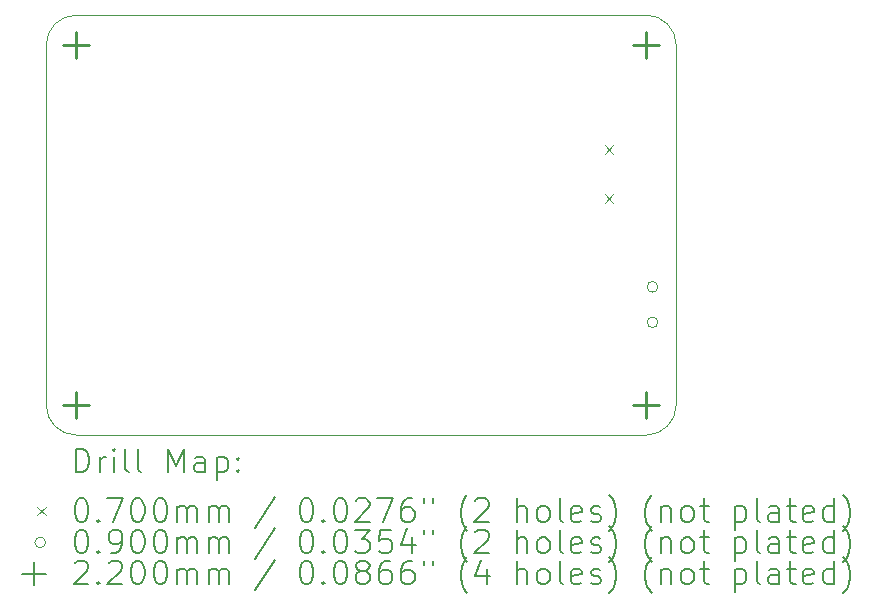
<source format=gbr>
%FSLAX45Y45*%
G04 Gerber Fmt 4.5, Leading zero omitted, Abs format (unit mm)*
G04 Created by KiCad (PCBNEW (6.0.6)) date 2022-07-13 21:16:07*
%MOMM*%
%LPD*%
G01*
G04 APERTURE LIST*
%TA.AperFunction,Profile*%
%ADD10C,0.100000*%
%TD*%
%ADD11C,0.200000*%
%ADD12C,0.070000*%
%ADD13C,0.090000*%
%ADD14C,0.220000*%
G04 APERTURE END LIST*
D10*
X17531080Y-7112000D02*
X12705080Y-7112000D01*
X17785080Y-7366000D02*
G75*
G03*
X17531080Y-7112000I-254000J0D01*
G01*
X12451080Y-7366000D02*
X12451080Y-10416540D01*
X17785080Y-7366000D02*
X17785080Y-10414000D01*
X17531080Y-10668000D02*
G75*
G03*
X17785080Y-10414000I0J254000D01*
G01*
X12705080Y-10668000D02*
X17531080Y-10668000D01*
X12451083Y-10416540D02*
G75*
G03*
X12705080Y-10668000I253997J2550D01*
G01*
X12705080Y-7112000D02*
G75*
G03*
X12451080Y-7366000I0J-254000D01*
G01*
D11*
D12*
X17182500Y-8215700D02*
X17252500Y-8285700D01*
X17252500Y-8215700D02*
X17182500Y-8285700D01*
X17182500Y-8630700D02*
X17252500Y-8700700D01*
X17252500Y-8630700D02*
X17182500Y-8700700D01*
D13*
X17629400Y-9413100D02*
G75*
G03*
X17629400Y-9413100I-45000J0D01*
G01*
X17629400Y-9713100D02*
G75*
G03*
X17629400Y-9713100I-45000J0D01*
G01*
D14*
X12705080Y-7256000D02*
X12705080Y-7476000D01*
X12595080Y-7366000D02*
X12815080Y-7366000D01*
X12705080Y-10304000D02*
X12705080Y-10524000D01*
X12595080Y-10414000D02*
X12815080Y-10414000D01*
X17531080Y-7256000D02*
X17531080Y-7476000D01*
X17421080Y-7366000D02*
X17641080Y-7366000D01*
X17531080Y-10304000D02*
X17531080Y-10524000D01*
X17421080Y-10414000D02*
X17641080Y-10414000D01*
D11*
X12703699Y-10983476D02*
X12703699Y-10783476D01*
X12751318Y-10783476D01*
X12779889Y-10793000D01*
X12798937Y-10812048D01*
X12808461Y-10831095D01*
X12817985Y-10869190D01*
X12817985Y-10897762D01*
X12808461Y-10935857D01*
X12798937Y-10954905D01*
X12779889Y-10973952D01*
X12751318Y-10983476D01*
X12703699Y-10983476D01*
X12903699Y-10983476D02*
X12903699Y-10850143D01*
X12903699Y-10888238D02*
X12913223Y-10869190D01*
X12922747Y-10859667D01*
X12941794Y-10850143D01*
X12960842Y-10850143D01*
X13027508Y-10983476D02*
X13027508Y-10850143D01*
X13027508Y-10783476D02*
X13017985Y-10793000D01*
X13027508Y-10802524D01*
X13037032Y-10793000D01*
X13027508Y-10783476D01*
X13027508Y-10802524D01*
X13151318Y-10983476D02*
X13132270Y-10973952D01*
X13122747Y-10954905D01*
X13122747Y-10783476D01*
X13256080Y-10983476D02*
X13237032Y-10973952D01*
X13227508Y-10954905D01*
X13227508Y-10783476D01*
X13484651Y-10983476D02*
X13484651Y-10783476D01*
X13551318Y-10926333D01*
X13617985Y-10783476D01*
X13617985Y-10983476D01*
X13798937Y-10983476D02*
X13798937Y-10878714D01*
X13789413Y-10859667D01*
X13770366Y-10850143D01*
X13732270Y-10850143D01*
X13713223Y-10859667D01*
X13798937Y-10973952D02*
X13779889Y-10983476D01*
X13732270Y-10983476D01*
X13713223Y-10973952D01*
X13703699Y-10954905D01*
X13703699Y-10935857D01*
X13713223Y-10916810D01*
X13732270Y-10907286D01*
X13779889Y-10907286D01*
X13798937Y-10897762D01*
X13894175Y-10850143D02*
X13894175Y-11050143D01*
X13894175Y-10859667D02*
X13913223Y-10850143D01*
X13951318Y-10850143D01*
X13970366Y-10859667D01*
X13979889Y-10869190D01*
X13989413Y-10888238D01*
X13989413Y-10945381D01*
X13979889Y-10964429D01*
X13970366Y-10973952D01*
X13951318Y-10983476D01*
X13913223Y-10983476D01*
X13894175Y-10973952D01*
X14075128Y-10964429D02*
X14084651Y-10973952D01*
X14075128Y-10983476D01*
X14065604Y-10973952D01*
X14075128Y-10964429D01*
X14075128Y-10983476D01*
X14075128Y-10859667D02*
X14084651Y-10869190D01*
X14075128Y-10878714D01*
X14065604Y-10869190D01*
X14075128Y-10859667D01*
X14075128Y-10878714D01*
D12*
X12376080Y-11278000D02*
X12446080Y-11348000D01*
X12446080Y-11278000D02*
X12376080Y-11348000D01*
D11*
X12741794Y-11203476D02*
X12760842Y-11203476D01*
X12779889Y-11213000D01*
X12789413Y-11222524D01*
X12798937Y-11241571D01*
X12808461Y-11279667D01*
X12808461Y-11327286D01*
X12798937Y-11365381D01*
X12789413Y-11384428D01*
X12779889Y-11393952D01*
X12760842Y-11403476D01*
X12741794Y-11403476D01*
X12722747Y-11393952D01*
X12713223Y-11384428D01*
X12703699Y-11365381D01*
X12694175Y-11327286D01*
X12694175Y-11279667D01*
X12703699Y-11241571D01*
X12713223Y-11222524D01*
X12722747Y-11213000D01*
X12741794Y-11203476D01*
X12894175Y-11384428D02*
X12903699Y-11393952D01*
X12894175Y-11403476D01*
X12884651Y-11393952D01*
X12894175Y-11384428D01*
X12894175Y-11403476D01*
X12970366Y-11203476D02*
X13103699Y-11203476D01*
X13017985Y-11403476D01*
X13217985Y-11203476D02*
X13237032Y-11203476D01*
X13256080Y-11213000D01*
X13265604Y-11222524D01*
X13275128Y-11241571D01*
X13284651Y-11279667D01*
X13284651Y-11327286D01*
X13275128Y-11365381D01*
X13265604Y-11384428D01*
X13256080Y-11393952D01*
X13237032Y-11403476D01*
X13217985Y-11403476D01*
X13198937Y-11393952D01*
X13189413Y-11384428D01*
X13179889Y-11365381D01*
X13170366Y-11327286D01*
X13170366Y-11279667D01*
X13179889Y-11241571D01*
X13189413Y-11222524D01*
X13198937Y-11213000D01*
X13217985Y-11203476D01*
X13408461Y-11203476D02*
X13427508Y-11203476D01*
X13446556Y-11213000D01*
X13456080Y-11222524D01*
X13465604Y-11241571D01*
X13475128Y-11279667D01*
X13475128Y-11327286D01*
X13465604Y-11365381D01*
X13456080Y-11384428D01*
X13446556Y-11393952D01*
X13427508Y-11403476D01*
X13408461Y-11403476D01*
X13389413Y-11393952D01*
X13379889Y-11384428D01*
X13370366Y-11365381D01*
X13360842Y-11327286D01*
X13360842Y-11279667D01*
X13370366Y-11241571D01*
X13379889Y-11222524D01*
X13389413Y-11213000D01*
X13408461Y-11203476D01*
X13560842Y-11403476D02*
X13560842Y-11270143D01*
X13560842Y-11289190D02*
X13570366Y-11279667D01*
X13589413Y-11270143D01*
X13617985Y-11270143D01*
X13637032Y-11279667D01*
X13646556Y-11298714D01*
X13646556Y-11403476D01*
X13646556Y-11298714D02*
X13656080Y-11279667D01*
X13675128Y-11270143D01*
X13703699Y-11270143D01*
X13722747Y-11279667D01*
X13732270Y-11298714D01*
X13732270Y-11403476D01*
X13827508Y-11403476D02*
X13827508Y-11270143D01*
X13827508Y-11289190D02*
X13837032Y-11279667D01*
X13856080Y-11270143D01*
X13884651Y-11270143D01*
X13903699Y-11279667D01*
X13913223Y-11298714D01*
X13913223Y-11403476D01*
X13913223Y-11298714D02*
X13922747Y-11279667D01*
X13941794Y-11270143D01*
X13970366Y-11270143D01*
X13989413Y-11279667D01*
X13998937Y-11298714D01*
X13998937Y-11403476D01*
X14389413Y-11193952D02*
X14217985Y-11451095D01*
X14646556Y-11203476D02*
X14665604Y-11203476D01*
X14684651Y-11213000D01*
X14694175Y-11222524D01*
X14703699Y-11241571D01*
X14713223Y-11279667D01*
X14713223Y-11327286D01*
X14703699Y-11365381D01*
X14694175Y-11384428D01*
X14684651Y-11393952D01*
X14665604Y-11403476D01*
X14646556Y-11403476D01*
X14627508Y-11393952D01*
X14617985Y-11384428D01*
X14608461Y-11365381D01*
X14598937Y-11327286D01*
X14598937Y-11279667D01*
X14608461Y-11241571D01*
X14617985Y-11222524D01*
X14627508Y-11213000D01*
X14646556Y-11203476D01*
X14798937Y-11384428D02*
X14808461Y-11393952D01*
X14798937Y-11403476D01*
X14789413Y-11393952D01*
X14798937Y-11384428D01*
X14798937Y-11403476D01*
X14932270Y-11203476D02*
X14951318Y-11203476D01*
X14970366Y-11213000D01*
X14979889Y-11222524D01*
X14989413Y-11241571D01*
X14998937Y-11279667D01*
X14998937Y-11327286D01*
X14989413Y-11365381D01*
X14979889Y-11384428D01*
X14970366Y-11393952D01*
X14951318Y-11403476D01*
X14932270Y-11403476D01*
X14913223Y-11393952D01*
X14903699Y-11384428D01*
X14894175Y-11365381D01*
X14884651Y-11327286D01*
X14884651Y-11279667D01*
X14894175Y-11241571D01*
X14903699Y-11222524D01*
X14913223Y-11213000D01*
X14932270Y-11203476D01*
X15075128Y-11222524D02*
X15084651Y-11213000D01*
X15103699Y-11203476D01*
X15151318Y-11203476D01*
X15170366Y-11213000D01*
X15179889Y-11222524D01*
X15189413Y-11241571D01*
X15189413Y-11260619D01*
X15179889Y-11289190D01*
X15065604Y-11403476D01*
X15189413Y-11403476D01*
X15256080Y-11203476D02*
X15389413Y-11203476D01*
X15303699Y-11403476D01*
X15551318Y-11203476D02*
X15513223Y-11203476D01*
X15494175Y-11213000D01*
X15484651Y-11222524D01*
X15465604Y-11251095D01*
X15456080Y-11289190D01*
X15456080Y-11365381D01*
X15465604Y-11384428D01*
X15475128Y-11393952D01*
X15494175Y-11403476D01*
X15532270Y-11403476D01*
X15551318Y-11393952D01*
X15560842Y-11384428D01*
X15570366Y-11365381D01*
X15570366Y-11317762D01*
X15560842Y-11298714D01*
X15551318Y-11289190D01*
X15532270Y-11279667D01*
X15494175Y-11279667D01*
X15475128Y-11289190D01*
X15465604Y-11298714D01*
X15456080Y-11317762D01*
X15646556Y-11203476D02*
X15646556Y-11241571D01*
X15722747Y-11203476D02*
X15722747Y-11241571D01*
X16017985Y-11479667D02*
X16008461Y-11470143D01*
X15989413Y-11441571D01*
X15979889Y-11422524D01*
X15970366Y-11393952D01*
X15960842Y-11346333D01*
X15960842Y-11308238D01*
X15970366Y-11260619D01*
X15979889Y-11232048D01*
X15989413Y-11213000D01*
X16008461Y-11184429D01*
X16017985Y-11174905D01*
X16084651Y-11222524D02*
X16094175Y-11213000D01*
X16113223Y-11203476D01*
X16160842Y-11203476D01*
X16179889Y-11213000D01*
X16189413Y-11222524D01*
X16198937Y-11241571D01*
X16198937Y-11260619D01*
X16189413Y-11289190D01*
X16075128Y-11403476D01*
X16198937Y-11403476D01*
X16437032Y-11403476D02*
X16437032Y-11203476D01*
X16522747Y-11403476D02*
X16522747Y-11298714D01*
X16513223Y-11279667D01*
X16494175Y-11270143D01*
X16465604Y-11270143D01*
X16446556Y-11279667D01*
X16437032Y-11289190D01*
X16646556Y-11403476D02*
X16627508Y-11393952D01*
X16617985Y-11384428D01*
X16608461Y-11365381D01*
X16608461Y-11308238D01*
X16617985Y-11289190D01*
X16627508Y-11279667D01*
X16646556Y-11270143D01*
X16675128Y-11270143D01*
X16694175Y-11279667D01*
X16703699Y-11289190D01*
X16713223Y-11308238D01*
X16713223Y-11365381D01*
X16703699Y-11384428D01*
X16694175Y-11393952D01*
X16675128Y-11403476D01*
X16646556Y-11403476D01*
X16827509Y-11403476D02*
X16808461Y-11393952D01*
X16798937Y-11374905D01*
X16798937Y-11203476D01*
X16979890Y-11393952D02*
X16960842Y-11403476D01*
X16922747Y-11403476D01*
X16903699Y-11393952D01*
X16894175Y-11374905D01*
X16894175Y-11298714D01*
X16903699Y-11279667D01*
X16922747Y-11270143D01*
X16960842Y-11270143D01*
X16979890Y-11279667D01*
X16989413Y-11298714D01*
X16989413Y-11317762D01*
X16894175Y-11336809D01*
X17065604Y-11393952D02*
X17084651Y-11403476D01*
X17122747Y-11403476D01*
X17141794Y-11393952D01*
X17151318Y-11374905D01*
X17151318Y-11365381D01*
X17141794Y-11346333D01*
X17122747Y-11336809D01*
X17094175Y-11336809D01*
X17075128Y-11327286D01*
X17065604Y-11308238D01*
X17065604Y-11298714D01*
X17075128Y-11279667D01*
X17094175Y-11270143D01*
X17122747Y-11270143D01*
X17141794Y-11279667D01*
X17217985Y-11479667D02*
X17227509Y-11470143D01*
X17246556Y-11441571D01*
X17256080Y-11422524D01*
X17265604Y-11393952D01*
X17275128Y-11346333D01*
X17275128Y-11308238D01*
X17265604Y-11260619D01*
X17256080Y-11232048D01*
X17246556Y-11213000D01*
X17227509Y-11184429D01*
X17217985Y-11174905D01*
X17579890Y-11479667D02*
X17570366Y-11470143D01*
X17551318Y-11441571D01*
X17541794Y-11422524D01*
X17532270Y-11393952D01*
X17522747Y-11346333D01*
X17522747Y-11308238D01*
X17532270Y-11260619D01*
X17541794Y-11232048D01*
X17551318Y-11213000D01*
X17570366Y-11184429D01*
X17579890Y-11174905D01*
X17656080Y-11270143D02*
X17656080Y-11403476D01*
X17656080Y-11289190D02*
X17665604Y-11279667D01*
X17684651Y-11270143D01*
X17713223Y-11270143D01*
X17732270Y-11279667D01*
X17741794Y-11298714D01*
X17741794Y-11403476D01*
X17865604Y-11403476D02*
X17846556Y-11393952D01*
X17837032Y-11384428D01*
X17827509Y-11365381D01*
X17827509Y-11308238D01*
X17837032Y-11289190D01*
X17846556Y-11279667D01*
X17865604Y-11270143D01*
X17894175Y-11270143D01*
X17913223Y-11279667D01*
X17922747Y-11289190D01*
X17932270Y-11308238D01*
X17932270Y-11365381D01*
X17922747Y-11384428D01*
X17913223Y-11393952D01*
X17894175Y-11403476D01*
X17865604Y-11403476D01*
X17989413Y-11270143D02*
X18065604Y-11270143D01*
X18017985Y-11203476D02*
X18017985Y-11374905D01*
X18027509Y-11393952D01*
X18046556Y-11403476D01*
X18065604Y-11403476D01*
X18284651Y-11270143D02*
X18284651Y-11470143D01*
X18284651Y-11279667D02*
X18303699Y-11270143D01*
X18341794Y-11270143D01*
X18360842Y-11279667D01*
X18370366Y-11289190D01*
X18379890Y-11308238D01*
X18379890Y-11365381D01*
X18370366Y-11384428D01*
X18360842Y-11393952D01*
X18341794Y-11403476D01*
X18303699Y-11403476D01*
X18284651Y-11393952D01*
X18494175Y-11403476D02*
X18475128Y-11393952D01*
X18465604Y-11374905D01*
X18465604Y-11203476D01*
X18656080Y-11403476D02*
X18656080Y-11298714D01*
X18646556Y-11279667D01*
X18627509Y-11270143D01*
X18589413Y-11270143D01*
X18570366Y-11279667D01*
X18656080Y-11393952D02*
X18637032Y-11403476D01*
X18589413Y-11403476D01*
X18570366Y-11393952D01*
X18560842Y-11374905D01*
X18560842Y-11355857D01*
X18570366Y-11336809D01*
X18589413Y-11327286D01*
X18637032Y-11327286D01*
X18656080Y-11317762D01*
X18722747Y-11270143D02*
X18798937Y-11270143D01*
X18751318Y-11203476D02*
X18751318Y-11374905D01*
X18760842Y-11393952D01*
X18779890Y-11403476D01*
X18798937Y-11403476D01*
X18941794Y-11393952D02*
X18922747Y-11403476D01*
X18884651Y-11403476D01*
X18865604Y-11393952D01*
X18856080Y-11374905D01*
X18856080Y-11298714D01*
X18865604Y-11279667D01*
X18884651Y-11270143D01*
X18922747Y-11270143D01*
X18941794Y-11279667D01*
X18951318Y-11298714D01*
X18951318Y-11317762D01*
X18856080Y-11336809D01*
X19122747Y-11403476D02*
X19122747Y-11203476D01*
X19122747Y-11393952D02*
X19103699Y-11403476D01*
X19065604Y-11403476D01*
X19046556Y-11393952D01*
X19037032Y-11384428D01*
X19027509Y-11365381D01*
X19027509Y-11308238D01*
X19037032Y-11289190D01*
X19046556Y-11279667D01*
X19065604Y-11270143D01*
X19103699Y-11270143D01*
X19122747Y-11279667D01*
X19198937Y-11479667D02*
X19208461Y-11470143D01*
X19227509Y-11441571D01*
X19237032Y-11422524D01*
X19246556Y-11393952D01*
X19256080Y-11346333D01*
X19256080Y-11308238D01*
X19246556Y-11260619D01*
X19237032Y-11232048D01*
X19227509Y-11213000D01*
X19208461Y-11184429D01*
X19198937Y-11174905D01*
D13*
X12446080Y-11577000D02*
G75*
G03*
X12446080Y-11577000I-45000J0D01*
G01*
D11*
X12741794Y-11467476D02*
X12760842Y-11467476D01*
X12779889Y-11477000D01*
X12789413Y-11486524D01*
X12798937Y-11505571D01*
X12808461Y-11543667D01*
X12808461Y-11591286D01*
X12798937Y-11629381D01*
X12789413Y-11648428D01*
X12779889Y-11657952D01*
X12760842Y-11667476D01*
X12741794Y-11667476D01*
X12722747Y-11657952D01*
X12713223Y-11648428D01*
X12703699Y-11629381D01*
X12694175Y-11591286D01*
X12694175Y-11543667D01*
X12703699Y-11505571D01*
X12713223Y-11486524D01*
X12722747Y-11477000D01*
X12741794Y-11467476D01*
X12894175Y-11648428D02*
X12903699Y-11657952D01*
X12894175Y-11667476D01*
X12884651Y-11657952D01*
X12894175Y-11648428D01*
X12894175Y-11667476D01*
X12998937Y-11667476D02*
X13037032Y-11667476D01*
X13056080Y-11657952D01*
X13065604Y-11648428D01*
X13084651Y-11619857D01*
X13094175Y-11581762D01*
X13094175Y-11505571D01*
X13084651Y-11486524D01*
X13075128Y-11477000D01*
X13056080Y-11467476D01*
X13017985Y-11467476D01*
X12998937Y-11477000D01*
X12989413Y-11486524D01*
X12979889Y-11505571D01*
X12979889Y-11553190D01*
X12989413Y-11572238D01*
X12998937Y-11581762D01*
X13017985Y-11591286D01*
X13056080Y-11591286D01*
X13075128Y-11581762D01*
X13084651Y-11572238D01*
X13094175Y-11553190D01*
X13217985Y-11467476D02*
X13237032Y-11467476D01*
X13256080Y-11477000D01*
X13265604Y-11486524D01*
X13275128Y-11505571D01*
X13284651Y-11543667D01*
X13284651Y-11591286D01*
X13275128Y-11629381D01*
X13265604Y-11648428D01*
X13256080Y-11657952D01*
X13237032Y-11667476D01*
X13217985Y-11667476D01*
X13198937Y-11657952D01*
X13189413Y-11648428D01*
X13179889Y-11629381D01*
X13170366Y-11591286D01*
X13170366Y-11543667D01*
X13179889Y-11505571D01*
X13189413Y-11486524D01*
X13198937Y-11477000D01*
X13217985Y-11467476D01*
X13408461Y-11467476D02*
X13427508Y-11467476D01*
X13446556Y-11477000D01*
X13456080Y-11486524D01*
X13465604Y-11505571D01*
X13475128Y-11543667D01*
X13475128Y-11591286D01*
X13465604Y-11629381D01*
X13456080Y-11648428D01*
X13446556Y-11657952D01*
X13427508Y-11667476D01*
X13408461Y-11667476D01*
X13389413Y-11657952D01*
X13379889Y-11648428D01*
X13370366Y-11629381D01*
X13360842Y-11591286D01*
X13360842Y-11543667D01*
X13370366Y-11505571D01*
X13379889Y-11486524D01*
X13389413Y-11477000D01*
X13408461Y-11467476D01*
X13560842Y-11667476D02*
X13560842Y-11534143D01*
X13560842Y-11553190D02*
X13570366Y-11543667D01*
X13589413Y-11534143D01*
X13617985Y-11534143D01*
X13637032Y-11543667D01*
X13646556Y-11562714D01*
X13646556Y-11667476D01*
X13646556Y-11562714D02*
X13656080Y-11543667D01*
X13675128Y-11534143D01*
X13703699Y-11534143D01*
X13722747Y-11543667D01*
X13732270Y-11562714D01*
X13732270Y-11667476D01*
X13827508Y-11667476D02*
X13827508Y-11534143D01*
X13827508Y-11553190D02*
X13837032Y-11543667D01*
X13856080Y-11534143D01*
X13884651Y-11534143D01*
X13903699Y-11543667D01*
X13913223Y-11562714D01*
X13913223Y-11667476D01*
X13913223Y-11562714D02*
X13922747Y-11543667D01*
X13941794Y-11534143D01*
X13970366Y-11534143D01*
X13989413Y-11543667D01*
X13998937Y-11562714D01*
X13998937Y-11667476D01*
X14389413Y-11457952D02*
X14217985Y-11715095D01*
X14646556Y-11467476D02*
X14665604Y-11467476D01*
X14684651Y-11477000D01*
X14694175Y-11486524D01*
X14703699Y-11505571D01*
X14713223Y-11543667D01*
X14713223Y-11591286D01*
X14703699Y-11629381D01*
X14694175Y-11648428D01*
X14684651Y-11657952D01*
X14665604Y-11667476D01*
X14646556Y-11667476D01*
X14627508Y-11657952D01*
X14617985Y-11648428D01*
X14608461Y-11629381D01*
X14598937Y-11591286D01*
X14598937Y-11543667D01*
X14608461Y-11505571D01*
X14617985Y-11486524D01*
X14627508Y-11477000D01*
X14646556Y-11467476D01*
X14798937Y-11648428D02*
X14808461Y-11657952D01*
X14798937Y-11667476D01*
X14789413Y-11657952D01*
X14798937Y-11648428D01*
X14798937Y-11667476D01*
X14932270Y-11467476D02*
X14951318Y-11467476D01*
X14970366Y-11477000D01*
X14979889Y-11486524D01*
X14989413Y-11505571D01*
X14998937Y-11543667D01*
X14998937Y-11591286D01*
X14989413Y-11629381D01*
X14979889Y-11648428D01*
X14970366Y-11657952D01*
X14951318Y-11667476D01*
X14932270Y-11667476D01*
X14913223Y-11657952D01*
X14903699Y-11648428D01*
X14894175Y-11629381D01*
X14884651Y-11591286D01*
X14884651Y-11543667D01*
X14894175Y-11505571D01*
X14903699Y-11486524D01*
X14913223Y-11477000D01*
X14932270Y-11467476D01*
X15065604Y-11467476D02*
X15189413Y-11467476D01*
X15122747Y-11543667D01*
X15151318Y-11543667D01*
X15170366Y-11553190D01*
X15179889Y-11562714D01*
X15189413Y-11581762D01*
X15189413Y-11629381D01*
X15179889Y-11648428D01*
X15170366Y-11657952D01*
X15151318Y-11667476D01*
X15094175Y-11667476D01*
X15075128Y-11657952D01*
X15065604Y-11648428D01*
X15370366Y-11467476D02*
X15275128Y-11467476D01*
X15265604Y-11562714D01*
X15275128Y-11553190D01*
X15294175Y-11543667D01*
X15341794Y-11543667D01*
X15360842Y-11553190D01*
X15370366Y-11562714D01*
X15379889Y-11581762D01*
X15379889Y-11629381D01*
X15370366Y-11648428D01*
X15360842Y-11657952D01*
X15341794Y-11667476D01*
X15294175Y-11667476D01*
X15275128Y-11657952D01*
X15265604Y-11648428D01*
X15551318Y-11534143D02*
X15551318Y-11667476D01*
X15503699Y-11457952D02*
X15456080Y-11600809D01*
X15579889Y-11600809D01*
X15646556Y-11467476D02*
X15646556Y-11505571D01*
X15722747Y-11467476D02*
X15722747Y-11505571D01*
X16017985Y-11743667D02*
X16008461Y-11734143D01*
X15989413Y-11705571D01*
X15979889Y-11686524D01*
X15970366Y-11657952D01*
X15960842Y-11610333D01*
X15960842Y-11572238D01*
X15970366Y-11524619D01*
X15979889Y-11496048D01*
X15989413Y-11477000D01*
X16008461Y-11448428D01*
X16017985Y-11438905D01*
X16084651Y-11486524D02*
X16094175Y-11477000D01*
X16113223Y-11467476D01*
X16160842Y-11467476D01*
X16179889Y-11477000D01*
X16189413Y-11486524D01*
X16198937Y-11505571D01*
X16198937Y-11524619D01*
X16189413Y-11553190D01*
X16075128Y-11667476D01*
X16198937Y-11667476D01*
X16437032Y-11667476D02*
X16437032Y-11467476D01*
X16522747Y-11667476D02*
X16522747Y-11562714D01*
X16513223Y-11543667D01*
X16494175Y-11534143D01*
X16465604Y-11534143D01*
X16446556Y-11543667D01*
X16437032Y-11553190D01*
X16646556Y-11667476D02*
X16627508Y-11657952D01*
X16617985Y-11648428D01*
X16608461Y-11629381D01*
X16608461Y-11572238D01*
X16617985Y-11553190D01*
X16627508Y-11543667D01*
X16646556Y-11534143D01*
X16675128Y-11534143D01*
X16694175Y-11543667D01*
X16703699Y-11553190D01*
X16713223Y-11572238D01*
X16713223Y-11629381D01*
X16703699Y-11648428D01*
X16694175Y-11657952D01*
X16675128Y-11667476D01*
X16646556Y-11667476D01*
X16827509Y-11667476D02*
X16808461Y-11657952D01*
X16798937Y-11638905D01*
X16798937Y-11467476D01*
X16979890Y-11657952D02*
X16960842Y-11667476D01*
X16922747Y-11667476D01*
X16903699Y-11657952D01*
X16894175Y-11638905D01*
X16894175Y-11562714D01*
X16903699Y-11543667D01*
X16922747Y-11534143D01*
X16960842Y-11534143D01*
X16979890Y-11543667D01*
X16989413Y-11562714D01*
X16989413Y-11581762D01*
X16894175Y-11600809D01*
X17065604Y-11657952D02*
X17084651Y-11667476D01*
X17122747Y-11667476D01*
X17141794Y-11657952D01*
X17151318Y-11638905D01*
X17151318Y-11629381D01*
X17141794Y-11610333D01*
X17122747Y-11600809D01*
X17094175Y-11600809D01*
X17075128Y-11591286D01*
X17065604Y-11572238D01*
X17065604Y-11562714D01*
X17075128Y-11543667D01*
X17094175Y-11534143D01*
X17122747Y-11534143D01*
X17141794Y-11543667D01*
X17217985Y-11743667D02*
X17227509Y-11734143D01*
X17246556Y-11705571D01*
X17256080Y-11686524D01*
X17265604Y-11657952D01*
X17275128Y-11610333D01*
X17275128Y-11572238D01*
X17265604Y-11524619D01*
X17256080Y-11496048D01*
X17246556Y-11477000D01*
X17227509Y-11448428D01*
X17217985Y-11438905D01*
X17579890Y-11743667D02*
X17570366Y-11734143D01*
X17551318Y-11705571D01*
X17541794Y-11686524D01*
X17532270Y-11657952D01*
X17522747Y-11610333D01*
X17522747Y-11572238D01*
X17532270Y-11524619D01*
X17541794Y-11496048D01*
X17551318Y-11477000D01*
X17570366Y-11448428D01*
X17579890Y-11438905D01*
X17656080Y-11534143D02*
X17656080Y-11667476D01*
X17656080Y-11553190D02*
X17665604Y-11543667D01*
X17684651Y-11534143D01*
X17713223Y-11534143D01*
X17732270Y-11543667D01*
X17741794Y-11562714D01*
X17741794Y-11667476D01*
X17865604Y-11667476D02*
X17846556Y-11657952D01*
X17837032Y-11648428D01*
X17827509Y-11629381D01*
X17827509Y-11572238D01*
X17837032Y-11553190D01*
X17846556Y-11543667D01*
X17865604Y-11534143D01*
X17894175Y-11534143D01*
X17913223Y-11543667D01*
X17922747Y-11553190D01*
X17932270Y-11572238D01*
X17932270Y-11629381D01*
X17922747Y-11648428D01*
X17913223Y-11657952D01*
X17894175Y-11667476D01*
X17865604Y-11667476D01*
X17989413Y-11534143D02*
X18065604Y-11534143D01*
X18017985Y-11467476D02*
X18017985Y-11638905D01*
X18027509Y-11657952D01*
X18046556Y-11667476D01*
X18065604Y-11667476D01*
X18284651Y-11534143D02*
X18284651Y-11734143D01*
X18284651Y-11543667D02*
X18303699Y-11534143D01*
X18341794Y-11534143D01*
X18360842Y-11543667D01*
X18370366Y-11553190D01*
X18379890Y-11572238D01*
X18379890Y-11629381D01*
X18370366Y-11648428D01*
X18360842Y-11657952D01*
X18341794Y-11667476D01*
X18303699Y-11667476D01*
X18284651Y-11657952D01*
X18494175Y-11667476D02*
X18475128Y-11657952D01*
X18465604Y-11638905D01*
X18465604Y-11467476D01*
X18656080Y-11667476D02*
X18656080Y-11562714D01*
X18646556Y-11543667D01*
X18627509Y-11534143D01*
X18589413Y-11534143D01*
X18570366Y-11543667D01*
X18656080Y-11657952D02*
X18637032Y-11667476D01*
X18589413Y-11667476D01*
X18570366Y-11657952D01*
X18560842Y-11638905D01*
X18560842Y-11619857D01*
X18570366Y-11600809D01*
X18589413Y-11591286D01*
X18637032Y-11591286D01*
X18656080Y-11581762D01*
X18722747Y-11534143D02*
X18798937Y-11534143D01*
X18751318Y-11467476D02*
X18751318Y-11638905D01*
X18760842Y-11657952D01*
X18779890Y-11667476D01*
X18798937Y-11667476D01*
X18941794Y-11657952D02*
X18922747Y-11667476D01*
X18884651Y-11667476D01*
X18865604Y-11657952D01*
X18856080Y-11638905D01*
X18856080Y-11562714D01*
X18865604Y-11543667D01*
X18884651Y-11534143D01*
X18922747Y-11534143D01*
X18941794Y-11543667D01*
X18951318Y-11562714D01*
X18951318Y-11581762D01*
X18856080Y-11600809D01*
X19122747Y-11667476D02*
X19122747Y-11467476D01*
X19122747Y-11657952D02*
X19103699Y-11667476D01*
X19065604Y-11667476D01*
X19046556Y-11657952D01*
X19037032Y-11648428D01*
X19027509Y-11629381D01*
X19027509Y-11572238D01*
X19037032Y-11553190D01*
X19046556Y-11543667D01*
X19065604Y-11534143D01*
X19103699Y-11534143D01*
X19122747Y-11543667D01*
X19198937Y-11743667D02*
X19208461Y-11734143D01*
X19227509Y-11705571D01*
X19237032Y-11686524D01*
X19246556Y-11657952D01*
X19256080Y-11610333D01*
X19256080Y-11572238D01*
X19246556Y-11524619D01*
X19237032Y-11496048D01*
X19227509Y-11477000D01*
X19208461Y-11448428D01*
X19198937Y-11438905D01*
X12346080Y-11741000D02*
X12346080Y-11941000D01*
X12246080Y-11841000D02*
X12446080Y-11841000D01*
X12694175Y-11750524D02*
X12703699Y-11741000D01*
X12722747Y-11731476D01*
X12770366Y-11731476D01*
X12789413Y-11741000D01*
X12798937Y-11750524D01*
X12808461Y-11769571D01*
X12808461Y-11788619D01*
X12798937Y-11817190D01*
X12684651Y-11931476D01*
X12808461Y-11931476D01*
X12894175Y-11912428D02*
X12903699Y-11921952D01*
X12894175Y-11931476D01*
X12884651Y-11921952D01*
X12894175Y-11912428D01*
X12894175Y-11931476D01*
X12979889Y-11750524D02*
X12989413Y-11741000D01*
X13008461Y-11731476D01*
X13056080Y-11731476D01*
X13075128Y-11741000D01*
X13084651Y-11750524D01*
X13094175Y-11769571D01*
X13094175Y-11788619D01*
X13084651Y-11817190D01*
X12970366Y-11931476D01*
X13094175Y-11931476D01*
X13217985Y-11731476D02*
X13237032Y-11731476D01*
X13256080Y-11741000D01*
X13265604Y-11750524D01*
X13275128Y-11769571D01*
X13284651Y-11807667D01*
X13284651Y-11855286D01*
X13275128Y-11893381D01*
X13265604Y-11912428D01*
X13256080Y-11921952D01*
X13237032Y-11931476D01*
X13217985Y-11931476D01*
X13198937Y-11921952D01*
X13189413Y-11912428D01*
X13179889Y-11893381D01*
X13170366Y-11855286D01*
X13170366Y-11807667D01*
X13179889Y-11769571D01*
X13189413Y-11750524D01*
X13198937Y-11741000D01*
X13217985Y-11731476D01*
X13408461Y-11731476D02*
X13427508Y-11731476D01*
X13446556Y-11741000D01*
X13456080Y-11750524D01*
X13465604Y-11769571D01*
X13475128Y-11807667D01*
X13475128Y-11855286D01*
X13465604Y-11893381D01*
X13456080Y-11912428D01*
X13446556Y-11921952D01*
X13427508Y-11931476D01*
X13408461Y-11931476D01*
X13389413Y-11921952D01*
X13379889Y-11912428D01*
X13370366Y-11893381D01*
X13360842Y-11855286D01*
X13360842Y-11807667D01*
X13370366Y-11769571D01*
X13379889Y-11750524D01*
X13389413Y-11741000D01*
X13408461Y-11731476D01*
X13560842Y-11931476D02*
X13560842Y-11798143D01*
X13560842Y-11817190D02*
X13570366Y-11807667D01*
X13589413Y-11798143D01*
X13617985Y-11798143D01*
X13637032Y-11807667D01*
X13646556Y-11826714D01*
X13646556Y-11931476D01*
X13646556Y-11826714D02*
X13656080Y-11807667D01*
X13675128Y-11798143D01*
X13703699Y-11798143D01*
X13722747Y-11807667D01*
X13732270Y-11826714D01*
X13732270Y-11931476D01*
X13827508Y-11931476D02*
X13827508Y-11798143D01*
X13827508Y-11817190D02*
X13837032Y-11807667D01*
X13856080Y-11798143D01*
X13884651Y-11798143D01*
X13903699Y-11807667D01*
X13913223Y-11826714D01*
X13913223Y-11931476D01*
X13913223Y-11826714D02*
X13922747Y-11807667D01*
X13941794Y-11798143D01*
X13970366Y-11798143D01*
X13989413Y-11807667D01*
X13998937Y-11826714D01*
X13998937Y-11931476D01*
X14389413Y-11721952D02*
X14217985Y-11979095D01*
X14646556Y-11731476D02*
X14665604Y-11731476D01*
X14684651Y-11741000D01*
X14694175Y-11750524D01*
X14703699Y-11769571D01*
X14713223Y-11807667D01*
X14713223Y-11855286D01*
X14703699Y-11893381D01*
X14694175Y-11912428D01*
X14684651Y-11921952D01*
X14665604Y-11931476D01*
X14646556Y-11931476D01*
X14627508Y-11921952D01*
X14617985Y-11912428D01*
X14608461Y-11893381D01*
X14598937Y-11855286D01*
X14598937Y-11807667D01*
X14608461Y-11769571D01*
X14617985Y-11750524D01*
X14627508Y-11741000D01*
X14646556Y-11731476D01*
X14798937Y-11912428D02*
X14808461Y-11921952D01*
X14798937Y-11931476D01*
X14789413Y-11921952D01*
X14798937Y-11912428D01*
X14798937Y-11931476D01*
X14932270Y-11731476D02*
X14951318Y-11731476D01*
X14970366Y-11741000D01*
X14979889Y-11750524D01*
X14989413Y-11769571D01*
X14998937Y-11807667D01*
X14998937Y-11855286D01*
X14989413Y-11893381D01*
X14979889Y-11912428D01*
X14970366Y-11921952D01*
X14951318Y-11931476D01*
X14932270Y-11931476D01*
X14913223Y-11921952D01*
X14903699Y-11912428D01*
X14894175Y-11893381D01*
X14884651Y-11855286D01*
X14884651Y-11807667D01*
X14894175Y-11769571D01*
X14903699Y-11750524D01*
X14913223Y-11741000D01*
X14932270Y-11731476D01*
X15113223Y-11817190D02*
X15094175Y-11807667D01*
X15084651Y-11798143D01*
X15075128Y-11779095D01*
X15075128Y-11769571D01*
X15084651Y-11750524D01*
X15094175Y-11741000D01*
X15113223Y-11731476D01*
X15151318Y-11731476D01*
X15170366Y-11741000D01*
X15179889Y-11750524D01*
X15189413Y-11769571D01*
X15189413Y-11779095D01*
X15179889Y-11798143D01*
X15170366Y-11807667D01*
X15151318Y-11817190D01*
X15113223Y-11817190D01*
X15094175Y-11826714D01*
X15084651Y-11836238D01*
X15075128Y-11855286D01*
X15075128Y-11893381D01*
X15084651Y-11912428D01*
X15094175Y-11921952D01*
X15113223Y-11931476D01*
X15151318Y-11931476D01*
X15170366Y-11921952D01*
X15179889Y-11912428D01*
X15189413Y-11893381D01*
X15189413Y-11855286D01*
X15179889Y-11836238D01*
X15170366Y-11826714D01*
X15151318Y-11817190D01*
X15360842Y-11731476D02*
X15322747Y-11731476D01*
X15303699Y-11741000D01*
X15294175Y-11750524D01*
X15275128Y-11779095D01*
X15265604Y-11817190D01*
X15265604Y-11893381D01*
X15275128Y-11912428D01*
X15284651Y-11921952D01*
X15303699Y-11931476D01*
X15341794Y-11931476D01*
X15360842Y-11921952D01*
X15370366Y-11912428D01*
X15379889Y-11893381D01*
X15379889Y-11845762D01*
X15370366Y-11826714D01*
X15360842Y-11817190D01*
X15341794Y-11807667D01*
X15303699Y-11807667D01*
X15284651Y-11817190D01*
X15275128Y-11826714D01*
X15265604Y-11845762D01*
X15551318Y-11731476D02*
X15513223Y-11731476D01*
X15494175Y-11741000D01*
X15484651Y-11750524D01*
X15465604Y-11779095D01*
X15456080Y-11817190D01*
X15456080Y-11893381D01*
X15465604Y-11912428D01*
X15475128Y-11921952D01*
X15494175Y-11931476D01*
X15532270Y-11931476D01*
X15551318Y-11921952D01*
X15560842Y-11912428D01*
X15570366Y-11893381D01*
X15570366Y-11845762D01*
X15560842Y-11826714D01*
X15551318Y-11817190D01*
X15532270Y-11807667D01*
X15494175Y-11807667D01*
X15475128Y-11817190D01*
X15465604Y-11826714D01*
X15456080Y-11845762D01*
X15646556Y-11731476D02*
X15646556Y-11769571D01*
X15722747Y-11731476D02*
X15722747Y-11769571D01*
X16017985Y-12007667D02*
X16008461Y-11998143D01*
X15989413Y-11969571D01*
X15979889Y-11950524D01*
X15970366Y-11921952D01*
X15960842Y-11874333D01*
X15960842Y-11836238D01*
X15970366Y-11788619D01*
X15979889Y-11760048D01*
X15989413Y-11741000D01*
X16008461Y-11712428D01*
X16017985Y-11702905D01*
X16179889Y-11798143D02*
X16179889Y-11931476D01*
X16132270Y-11721952D02*
X16084651Y-11864809D01*
X16208461Y-11864809D01*
X16437032Y-11931476D02*
X16437032Y-11731476D01*
X16522747Y-11931476D02*
X16522747Y-11826714D01*
X16513223Y-11807667D01*
X16494175Y-11798143D01*
X16465604Y-11798143D01*
X16446556Y-11807667D01*
X16437032Y-11817190D01*
X16646556Y-11931476D02*
X16627508Y-11921952D01*
X16617985Y-11912428D01*
X16608461Y-11893381D01*
X16608461Y-11836238D01*
X16617985Y-11817190D01*
X16627508Y-11807667D01*
X16646556Y-11798143D01*
X16675128Y-11798143D01*
X16694175Y-11807667D01*
X16703699Y-11817190D01*
X16713223Y-11836238D01*
X16713223Y-11893381D01*
X16703699Y-11912428D01*
X16694175Y-11921952D01*
X16675128Y-11931476D01*
X16646556Y-11931476D01*
X16827509Y-11931476D02*
X16808461Y-11921952D01*
X16798937Y-11902905D01*
X16798937Y-11731476D01*
X16979890Y-11921952D02*
X16960842Y-11931476D01*
X16922747Y-11931476D01*
X16903699Y-11921952D01*
X16894175Y-11902905D01*
X16894175Y-11826714D01*
X16903699Y-11807667D01*
X16922747Y-11798143D01*
X16960842Y-11798143D01*
X16979890Y-11807667D01*
X16989413Y-11826714D01*
X16989413Y-11845762D01*
X16894175Y-11864809D01*
X17065604Y-11921952D02*
X17084651Y-11931476D01*
X17122747Y-11931476D01*
X17141794Y-11921952D01*
X17151318Y-11902905D01*
X17151318Y-11893381D01*
X17141794Y-11874333D01*
X17122747Y-11864809D01*
X17094175Y-11864809D01*
X17075128Y-11855286D01*
X17065604Y-11836238D01*
X17065604Y-11826714D01*
X17075128Y-11807667D01*
X17094175Y-11798143D01*
X17122747Y-11798143D01*
X17141794Y-11807667D01*
X17217985Y-12007667D02*
X17227509Y-11998143D01*
X17246556Y-11969571D01*
X17256080Y-11950524D01*
X17265604Y-11921952D01*
X17275128Y-11874333D01*
X17275128Y-11836238D01*
X17265604Y-11788619D01*
X17256080Y-11760048D01*
X17246556Y-11741000D01*
X17227509Y-11712428D01*
X17217985Y-11702905D01*
X17579890Y-12007667D02*
X17570366Y-11998143D01*
X17551318Y-11969571D01*
X17541794Y-11950524D01*
X17532270Y-11921952D01*
X17522747Y-11874333D01*
X17522747Y-11836238D01*
X17532270Y-11788619D01*
X17541794Y-11760048D01*
X17551318Y-11741000D01*
X17570366Y-11712428D01*
X17579890Y-11702905D01*
X17656080Y-11798143D02*
X17656080Y-11931476D01*
X17656080Y-11817190D02*
X17665604Y-11807667D01*
X17684651Y-11798143D01*
X17713223Y-11798143D01*
X17732270Y-11807667D01*
X17741794Y-11826714D01*
X17741794Y-11931476D01*
X17865604Y-11931476D02*
X17846556Y-11921952D01*
X17837032Y-11912428D01*
X17827509Y-11893381D01*
X17827509Y-11836238D01*
X17837032Y-11817190D01*
X17846556Y-11807667D01*
X17865604Y-11798143D01*
X17894175Y-11798143D01*
X17913223Y-11807667D01*
X17922747Y-11817190D01*
X17932270Y-11836238D01*
X17932270Y-11893381D01*
X17922747Y-11912428D01*
X17913223Y-11921952D01*
X17894175Y-11931476D01*
X17865604Y-11931476D01*
X17989413Y-11798143D02*
X18065604Y-11798143D01*
X18017985Y-11731476D02*
X18017985Y-11902905D01*
X18027509Y-11921952D01*
X18046556Y-11931476D01*
X18065604Y-11931476D01*
X18284651Y-11798143D02*
X18284651Y-11998143D01*
X18284651Y-11807667D02*
X18303699Y-11798143D01*
X18341794Y-11798143D01*
X18360842Y-11807667D01*
X18370366Y-11817190D01*
X18379890Y-11836238D01*
X18379890Y-11893381D01*
X18370366Y-11912428D01*
X18360842Y-11921952D01*
X18341794Y-11931476D01*
X18303699Y-11931476D01*
X18284651Y-11921952D01*
X18494175Y-11931476D02*
X18475128Y-11921952D01*
X18465604Y-11902905D01*
X18465604Y-11731476D01*
X18656080Y-11931476D02*
X18656080Y-11826714D01*
X18646556Y-11807667D01*
X18627509Y-11798143D01*
X18589413Y-11798143D01*
X18570366Y-11807667D01*
X18656080Y-11921952D02*
X18637032Y-11931476D01*
X18589413Y-11931476D01*
X18570366Y-11921952D01*
X18560842Y-11902905D01*
X18560842Y-11883857D01*
X18570366Y-11864809D01*
X18589413Y-11855286D01*
X18637032Y-11855286D01*
X18656080Y-11845762D01*
X18722747Y-11798143D02*
X18798937Y-11798143D01*
X18751318Y-11731476D02*
X18751318Y-11902905D01*
X18760842Y-11921952D01*
X18779890Y-11931476D01*
X18798937Y-11931476D01*
X18941794Y-11921952D02*
X18922747Y-11931476D01*
X18884651Y-11931476D01*
X18865604Y-11921952D01*
X18856080Y-11902905D01*
X18856080Y-11826714D01*
X18865604Y-11807667D01*
X18884651Y-11798143D01*
X18922747Y-11798143D01*
X18941794Y-11807667D01*
X18951318Y-11826714D01*
X18951318Y-11845762D01*
X18856080Y-11864809D01*
X19122747Y-11931476D02*
X19122747Y-11731476D01*
X19122747Y-11921952D02*
X19103699Y-11931476D01*
X19065604Y-11931476D01*
X19046556Y-11921952D01*
X19037032Y-11912428D01*
X19027509Y-11893381D01*
X19027509Y-11836238D01*
X19037032Y-11817190D01*
X19046556Y-11807667D01*
X19065604Y-11798143D01*
X19103699Y-11798143D01*
X19122747Y-11807667D01*
X19198937Y-12007667D02*
X19208461Y-11998143D01*
X19227509Y-11969571D01*
X19237032Y-11950524D01*
X19246556Y-11921952D01*
X19256080Y-11874333D01*
X19256080Y-11836238D01*
X19246556Y-11788619D01*
X19237032Y-11760048D01*
X19227509Y-11741000D01*
X19208461Y-11712428D01*
X19198937Y-11702905D01*
M02*

</source>
